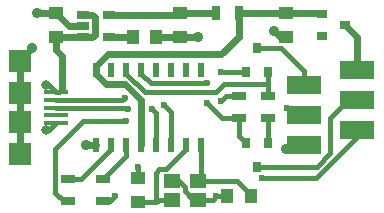
<source format=gbr>
G04 #@! TF.FileFunction,Copper,L1,Top,Signal*
%FSLAX46Y46*%
G04 Gerber Fmt 4.6, Leading zero omitted, Abs format (unit mm)*
G04 Created by KiCad (PCBNEW 4.0.7-e2-6376~58~ubuntu16.04.1) date Sun Mar  4 02:19:13 2018*
%MOMM*%
%LPD*%
G01*
G04 APERTURE LIST*
%ADD10C,0.100000*%
%ADD11R,1.250000X1.000000*%
%ADD12R,1.000000X1.250000*%
%ADD13R,0.700000X1.300000*%
%ADD14R,1.897380X1.897380*%
%ADD15R,2.000000X0.398780*%
%ADD16C,0.797560*%
%ADD17R,0.800000X0.900000*%
%ADD18R,1.300000X0.700000*%
%ADD19R,1.060000X0.650000*%
%ADD20R,0.508000X1.143000*%
%ADD21R,1.400000X1.150000*%
%ADD22R,3.000000X1.500000*%
%ADD23R,0.900000X0.800000*%
%ADD24C,0.900000*%
%ADD25C,0.600000*%
%ADD26C,0.600000*%
%ADD27C,0.400000*%
G04 APERTURE END LIST*
D10*
D11*
X139500000Y-106000000D03*
X139500000Y-104000000D03*
D12*
X146000000Y-106000000D03*
X148000000Y-106000000D03*
D11*
X150000000Y-104000000D03*
X150000000Y-106000000D03*
X159000000Y-104000000D03*
X159000000Y-106000000D03*
X146500000Y-120000000D03*
X146500000Y-118000000D03*
D12*
X156000000Y-119500000D03*
X154000000Y-119500000D03*
D13*
X155000000Y-104000000D03*
X153100000Y-104000000D03*
D14*
X136500000Y-110801120D03*
X136500000Y-113198880D03*
X136500000Y-115949700D03*
X136500000Y-108050300D03*
D15*
X139500000Y-110699520D03*
X139500000Y-111352300D03*
X139500000Y-112000000D03*
X139500000Y-112647700D03*
X139500000Y-113300480D03*
D16*
X138646300Y-113897380D03*
X138648840Y-110100080D03*
D17*
X155600000Y-109000000D03*
X157500000Y-109000000D03*
X156550000Y-107000000D03*
X157500000Y-115000000D03*
X155600000Y-115000000D03*
X156550000Y-117000000D03*
D18*
X140500000Y-119950000D03*
X140500000Y-118050000D03*
X143500000Y-119950000D03*
X143500000Y-118050000D03*
X155000000Y-112900000D03*
X155000000Y-111000000D03*
X157500000Y-112900000D03*
X157500000Y-111000000D03*
D19*
X141800000Y-104150000D03*
X141800000Y-105100000D03*
X141800000Y-106050000D03*
X144000000Y-106050000D03*
X144000000Y-104150000D03*
D20*
X142920000Y-108825000D03*
X145460000Y-108825000D03*
X146730000Y-108825000D03*
X148000000Y-108825000D03*
X149270000Y-108825000D03*
X150540000Y-108825000D03*
X151810000Y-108825000D03*
X151810000Y-115175000D03*
X150540000Y-115175000D03*
X149270000Y-115175000D03*
X148000000Y-115175000D03*
X146730000Y-115175000D03*
X145460000Y-115175000D03*
X144190000Y-115175000D03*
X142920000Y-115175000D03*
X144190000Y-108825000D03*
D21*
X149300000Y-119800000D03*
X151500000Y-119800000D03*
X151500000Y-118200000D03*
X149300000Y-118200000D03*
D22*
X160500000Y-115175000D03*
X165000000Y-113905000D03*
X160500000Y-112635000D03*
X165000000Y-111365000D03*
X160500000Y-110095000D03*
X165000000Y-108825000D03*
D23*
X162000000Y-104050000D03*
X162000000Y-105950000D03*
X164000000Y-105000000D03*
D24*
X137889379Y-103999473D03*
X159000000Y-115500000D03*
X158000000Y-105500000D03*
D25*
X146500000Y-117000000D03*
X153100000Y-119500000D03*
D24*
X151500000Y-106000000D03*
X142066000Y-115175000D03*
X137500000Y-107000000D03*
D25*
X148645172Y-111765330D03*
X145348075Y-111151925D03*
X145646135Y-112154129D03*
X147643170Y-112162950D03*
X153500000Y-109000000D03*
X153500000Y-111450000D03*
X152312425Y-109942615D03*
X152326366Y-111615572D03*
X145477045Y-113175463D03*
X159115000Y-112000000D03*
X157000000Y-118000000D03*
X144500000Y-119500000D03*
D26*
X139500000Y-104000000D02*
X139488869Y-103988869D01*
X139488869Y-103988869D02*
X137878774Y-103988869D01*
X159325000Y-115175000D02*
X159000000Y-115500000D01*
X160500000Y-115175000D02*
X159325000Y-115175000D01*
X158500000Y-106000000D02*
X158000000Y-105500000D01*
X159000000Y-106000000D02*
X158500000Y-106000000D01*
D27*
X146500000Y-117100000D02*
X146500000Y-117000000D01*
X146500000Y-118000000D02*
X146500000Y-117100000D01*
X149300000Y-118200000D02*
X149900000Y-118200000D01*
X149900000Y-118200000D02*
X150399999Y-118699999D01*
X150399999Y-118699999D02*
X150399999Y-119095001D01*
X150399999Y-119095001D02*
X151104998Y-119800000D01*
X151104998Y-119800000D02*
X151500000Y-119800000D01*
X151500000Y-119800000D02*
X152800000Y-119800000D01*
X152800000Y-119800000D02*
X153100000Y-119500000D01*
X154000000Y-119500000D02*
X153100000Y-119500000D01*
D26*
X150000000Y-106000000D02*
X151500000Y-106000000D01*
X148000000Y-106000000D02*
X150000000Y-106000000D01*
X142000000Y-115109000D02*
X142066000Y-115175000D01*
X142920000Y-115175000D02*
X142066000Y-115175000D01*
X136500000Y-113198880D02*
X136500000Y-115949700D01*
X136500000Y-110801120D02*
X136500000Y-113198880D01*
X136500000Y-108050300D02*
X136500000Y-110801120D01*
X136500000Y-108000000D02*
X137500000Y-107000000D01*
X136500000Y-108050300D02*
X136500000Y-108000000D01*
X141800000Y-105100000D02*
X140600000Y-105100000D01*
X140600000Y-105100000D02*
X139500000Y-104000000D01*
D27*
X138646300Y-113897380D02*
X138903100Y-113897380D01*
X138903100Y-113897380D02*
X139500000Y-113300480D01*
D26*
X144000000Y-106050000D02*
X145950000Y-106050000D01*
X145950000Y-106050000D02*
X146000000Y-106000000D01*
X150000000Y-104000000D02*
X153100000Y-104000000D01*
X144000000Y-104150000D02*
X149850000Y-104150000D01*
X149850000Y-104150000D02*
X150000000Y-104000000D01*
X144050000Y-104100000D02*
X144000000Y-104150000D01*
X159000000Y-104000000D02*
X161950000Y-104000000D01*
X161950000Y-104000000D02*
X162000000Y-104050000D01*
X155000000Y-104000000D02*
X159000000Y-104000000D01*
X153500000Y-107500000D02*
X155000000Y-106000000D01*
X155000000Y-106000000D02*
X155000000Y-104000000D01*
X143927500Y-107500000D02*
X153500000Y-107500000D01*
X142920000Y-108825000D02*
X142920000Y-108507500D01*
X142920000Y-108507500D02*
X143927500Y-107500000D01*
X146730000Y-114003500D02*
X146730000Y-115175000D01*
X145327536Y-110000000D02*
X146730000Y-111402464D01*
X142920000Y-109142500D02*
X143777500Y-110000000D01*
X142920000Y-108825000D02*
X142920000Y-109142500D01*
X146730000Y-111402464D02*
X146730000Y-114003500D01*
X143777500Y-110000000D02*
X145327536Y-110000000D01*
D27*
X146500000Y-120000000D02*
X148000000Y-120000000D01*
X150540000Y-115175000D02*
X150540000Y-115492500D01*
X148807501Y-117224999D02*
X148279999Y-117224999D01*
X150540000Y-115492500D02*
X148807501Y-117224999D01*
X148279999Y-117224999D02*
X148000000Y-117504998D01*
X148000000Y-117504998D02*
X148000000Y-120000000D01*
X148000000Y-120000000D02*
X148200000Y-119800000D01*
X148200000Y-119800000D02*
X149300000Y-119800000D01*
X151500000Y-118200000D02*
X154825000Y-118200000D01*
X154825000Y-118200000D02*
X156000000Y-119375000D01*
X156000000Y-119375000D02*
X156000000Y-119500000D01*
X151810000Y-115175000D02*
X151810000Y-117890000D01*
X151810000Y-117890000D02*
X151500000Y-118200000D01*
X157500000Y-112900000D02*
X157500000Y-115000000D01*
X148945171Y-112065329D02*
X148645172Y-111765330D01*
X149270000Y-115175000D02*
X149270000Y-112390158D01*
X149270000Y-112390158D02*
X148945171Y-112065329D01*
X139500000Y-111352300D02*
X145147700Y-111352300D01*
X145147700Y-111352300D02*
X145348075Y-111151925D01*
X145492006Y-112000000D02*
X145646135Y-112154129D01*
X139500000Y-112000000D02*
X145492006Y-112000000D01*
X147943169Y-112462949D02*
X147643170Y-112162950D01*
X148000000Y-115175000D02*
X148000000Y-112519780D01*
X148000000Y-112519780D02*
X147943169Y-112462949D01*
X155600000Y-109000000D02*
X153500000Y-109000000D01*
X155000000Y-111000000D02*
X153950000Y-111000000D01*
X153950000Y-111000000D02*
X153500000Y-111450000D01*
X145460000Y-108825000D02*
X145460000Y-109142500D01*
X145460000Y-109142500D02*
X147017502Y-110700002D01*
X147017502Y-110700002D02*
X153024294Y-110700002D01*
X153024294Y-110700002D02*
X153724296Y-110000000D01*
X153724296Y-110000000D02*
X157500000Y-110000000D01*
X157500000Y-110000000D02*
X157500000Y-111000000D01*
X157500000Y-110000000D02*
X157500000Y-109000000D01*
X156550000Y-107000000D02*
X158555000Y-107000000D01*
X158555000Y-107000000D02*
X160500000Y-108945000D01*
X160500000Y-108945000D02*
X160500000Y-110095000D01*
X151888161Y-109942615D02*
X152312425Y-109942615D01*
X147530115Y-109942615D02*
X151888161Y-109942615D01*
X146730000Y-109142500D02*
X147530115Y-109942615D01*
X146730000Y-108825000D02*
X146730000Y-109142500D01*
X153610794Y-112900000D02*
X152626365Y-111915571D01*
X152626365Y-111915571D02*
X152326366Y-111615572D01*
X155000000Y-112900000D02*
X153610794Y-112900000D01*
X155000000Y-112900000D02*
X155000000Y-114400000D01*
X155000000Y-114400000D02*
X155600000Y-115000000D01*
X156550000Y-117000000D02*
X161645002Y-117000000D01*
X161645002Y-117000000D02*
X162755135Y-115889867D01*
X162755135Y-115889867D02*
X162755135Y-112859865D01*
X162755135Y-112859865D02*
X164250000Y-111365000D01*
X164250000Y-111365000D02*
X165000000Y-111365000D01*
X145052781Y-113175463D02*
X145477045Y-113175463D01*
X141824537Y-113175463D02*
X145052781Y-113175463D01*
X139449999Y-115550001D02*
X141824537Y-113175463D01*
X139450000Y-119200000D02*
X139449999Y-115550001D01*
X140200000Y-119950000D02*
X139450000Y-119200000D01*
X140500000Y-119950000D02*
X140200000Y-119950000D01*
X160500000Y-112635000D02*
X159750000Y-112635000D01*
X159750000Y-112635000D02*
X159115000Y-112000000D01*
X160135000Y-113000000D02*
X160500000Y-112635000D01*
X144190000Y-115175000D02*
X144190000Y-115492500D01*
X144190000Y-115492500D02*
X141632500Y-118050000D01*
X141632500Y-118050000D02*
X141550000Y-118050000D01*
X141550000Y-118050000D02*
X140500000Y-118050000D01*
X165000000Y-113905000D02*
X165000000Y-114493545D01*
X165000000Y-114493545D02*
X161493545Y-118000000D01*
X161493545Y-118000000D02*
X157000000Y-118000000D01*
X144050000Y-119950000D02*
X144500000Y-119500000D01*
X143500000Y-119950000D02*
X144050000Y-119950000D01*
X145460000Y-115175000D02*
X145460000Y-116090000D01*
X145460000Y-116090000D02*
X143500000Y-118050000D01*
D26*
X164000000Y-105000000D02*
X164007346Y-105000000D01*
X164007346Y-105000000D02*
X165000000Y-105992654D01*
X165000000Y-105992654D02*
X165000000Y-108825000D01*
D27*
X164050000Y-105000000D02*
X164000000Y-105000000D01*
D26*
X164375000Y-108825000D02*
X165000000Y-108825000D01*
X141800000Y-106050000D02*
X139550000Y-106050000D01*
X139550000Y-106050000D02*
X139500000Y-106000000D01*
X141800000Y-104150000D02*
X142605002Y-104150000D01*
X142605002Y-104150000D02*
X142830001Y-104374999D01*
X142830001Y-104374999D02*
X142830001Y-105825001D01*
X142830001Y-105825001D02*
X142605002Y-106050000D01*
X142605002Y-106050000D02*
X141800000Y-106050000D01*
D27*
X138648840Y-110100080D02*
X138900560Y-110100080D01*
X138900560Y-110100080D02*
X139500000Y-110699520D01*
X139500000Y-110699520D02*
X139800480Y-110699520D01*
X139800480Y-110699520D02*
X140000000Y-110500000D01*
D26*
X140000000Y-107600000D02*
X140000000Y-110500000D01*
X139500000Y-106000000D02*
X139500000Y-107100000D01*
X139500000Y-107100000D02*
X140000000Y-107600000D01*
M02*

</source>
